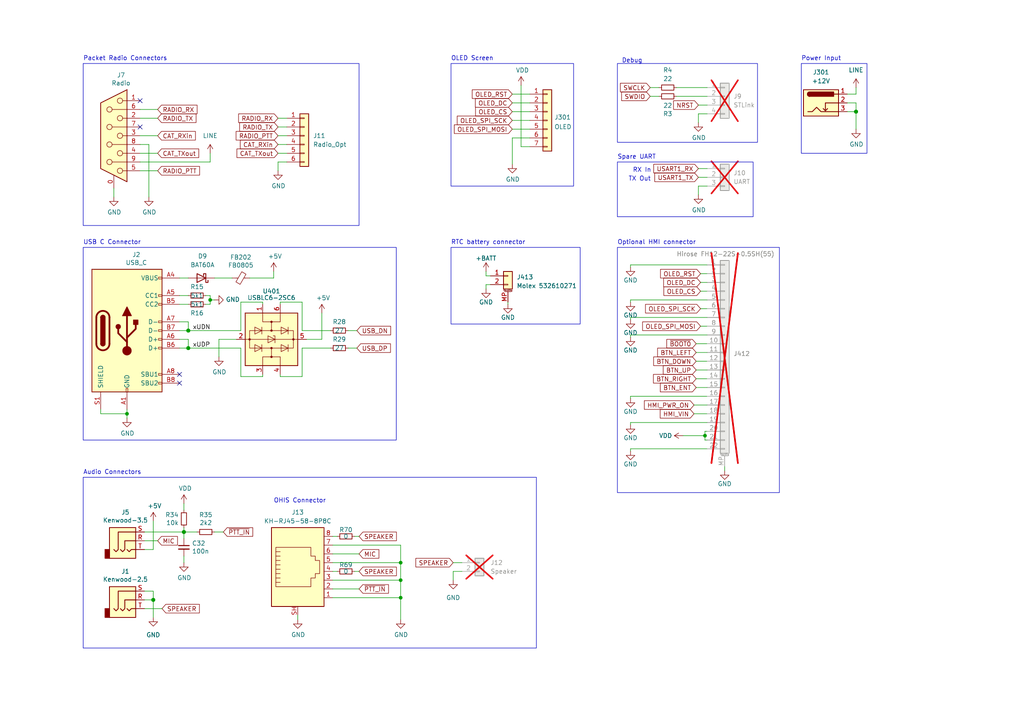
<source format=kicad_sch>
(kicad_sch (version 20230121) (generator eeschema)
  (paper "A4")
  (title_block (title "Module17") (date "2023-12-06") (rev "Rev 0.99") (company "M17Project") (comment 1 "Morgan ON4MOD") (comment 2 "Mathis - DB9MAT") (comment 3 "Wojciech - SP5WWP"))
  (lib_symbols
    (symbol "Connector:8P8C_Shielded" (pin_names (offset 1.016))
      (property "Reference" "J" (at -5.08 13.97 0))
      (property "Value" "8P8C_Shielded" (at 2.54 13.97 0))
      (symbol "8P8C_Shielded_1_1"
        (pin passive line (at 10.16 -7.62 180) (length 2.54) (name "~") (number "1"))
        (pin passive line (at 10.16 -5.08 180) (length 2.54) (name "~") (number "2"))
        (pin passive line (at 10.16 -2.54 180) (length 2.54) (name "~") (number "3"))
        (pin passive line (at 10.16 0 180) (length 2.54) (name "~") (number "4"))
        (pin passive line (at 10.16 2.54 180) (length 2.54) (name "~") (number "5"))
        (pin passive line (at 10.16 5.08 180) (length 2.54) (name "~") (number "6"))
        (pin passive line (at 10.16 7.62 180) (length 2.54) (name "~") (number "7"))
        (pin passive line (at 10.16 10.16 180) (length 2.54) (name "~") (number "8"))
        (pin passive line (at 0 -12.7 90) (length 2.54) (name "~") (number "SH"))
      )
    )
    (symbol "Connector:AudioJack3"
      (property "Reference" "J" (at 0 8.89 0))
      (property "Value" "AudioJack3" (at 0 6.35 0))
      (symbol "AudioJack3_1_1"
        (pin passive line (at 5.08 0 180) (length 2.54) (name "~") (number "R"))
        (pin passive line (at 5.08 2.54 180) (length 2.54) (name "~") (number "S"))
        (pin passive line (at 5.08 -2.54 180) (length 2.54) (name "~") (number "T"))
      )
    )
    (symbol "Connector:Barrel_Jack_Switch_Pin3Ring" (pin_names hide)
      (property "Reference" "J" (at 0 5.334 0))
      (property "Value" "Barrel_Jack_Switch_Pin3Ring" (at 0 -5.08 0))
      (symbol "Barrel_Jack_Switch_Pin3Ring_1_1"
        (pin passive line (at 7.62 2.54 180) (length 2.54) (name "~") (number "1"))
        (pin passive line (at 7.62 0 180) (length 2.54) (name "~") (number "2"))
        (pin passive line (at 7.62 -2.54 180) (length 2.54) (name "~") (number "3"))
      )
    )
    (symbol "Connector:DB9_Female_MountingHoles" (pin_names (offset 1.016) hide)
      (property "Reference" "J" (at 0 16.51 0))
      (property "Value" "DB9_Female_MountingHoles" (at 0 14.605 0))
      (symbol "DB9_Female_MountingHoles_1_1"
        (pin passive line (at 0 -15.24 90) (length 3.81) (name "PAD") (number "0"))
        (pin passive line (at -7.62 10.16 0) (length 3.81) (name "1") (number "1"))
        (pin passive line (at -7.62 5.08 0) (length 3.81) (name "2") (number "2"))
        (pin passive line (at -7.62 0 0) (length 3.81) (name "3") (number "3"))
        (pin passive line (at -7.62 -5.08 0) (length 3.81) (name "4") (number "4"))
        (pin passive line (at -7.62 -10.16 0) (length 3.81) (name "5") (number "5"))
        (pin passive line (at -7.62 7.62 0) (length 3.81) (name "6") (number "6"))
        (pin passive line (at -7.62 2.54 0) (length 3.81) (name "7") (number "7"))
        (pin passive line (at -7.62 -2.54 0) (length 3.81) (name "8") (number "8"))
        (pin passive line (at -7.62 -7.62 0) (length 3.81) (name "9") (number "9"))
      )
    )
    (symbol "Connector:USB_C_Receptacle_USB2.0" (pin_names (offset 1.016))
      (property "Reference" "J" (at -10.16 19.05 0))
      (property "Value" "USB_C_Receptacle_USB2.0" (at 19.05 19.05 0))
      (symbol "USB_C_Receptacle_USB2.0_1_1"
        (pin passive line (at 0 -22.86 90) (length 5.08) (name "GND") (number "A1"))
        (pin passive line (at 0 -22.86 90) (length 5.08) hide (name "GND") (number "A12"))
        (pin passive line (at 15.24 15.24 180) (length 5.08) (name "VBUS") (number "A4"))
        (pin bidirectional line (at 15.24 10.16 180) (length 5.08) (name "CC1") (number "A5"))
        (pin bidirectional line (at 15.24 -2.54 180) (length 5.08) (name "D+") (number "A6"))
        (pin bidirectional line (at 15.24 2.54 180) (length 5.08) (name "D-") (number "A7"))
        (pin bidirectional line (at 15.24 -12.7 180) (length 5.08) (name "SBU1") (number "A8"))
        (pin passive line (at 15.24 15.24 180) (length 5.08) hide (name "VBUS") (number "A9"))
        (pin passive line (at 0 -22.86 90) (length 5.08) hide (name "GND") (number "B1"))
        (pin passive line (at 0 -22.86 90) (length 5.08) hide (name "GND") (number "B12"))
        (pin passive line (at 15.24 15.24 180) (length 5.08) hide (name "VBUS") (number "B4"))
        (pin bidirectional line (at 15.24 7.62 180) (length 5.08) (name "CC2") (number "B5"))
        (pin bidirectional line (at 15.24 -5.08 180) (length 5.08) (name "D+") (number "B6"))
        (pin bidirectional line (at 15.24 0 180) (length 5.08) (name "D-") (number "B7"))
        (pin bidirectional line (at 15.24 -15.24 180) (length 5.08) (name "SBU2") (number "B8"))
        (pin passive line (at 15.24 15.24 180) (length 5.08) hide (name "VBUS") (number "B9"))
        (pin passive line (at -7.62 -22.86 90) (length 5.08) (name "SHIELD") (number "S1"))
      )
    )
    (symbol "Connector_Generic:Conn_01x02" (pin_names (offset 1.016) hide)
      (property "Reference" "J" (at 0 2.54 0))
      (property "Value" "Conn_01x02" (at 0 -5.08 0))
      (symbol "Conn_01x02_1_1"
        (pin passive line (at -5.08 0 0) (length 3.81) (name "Pin_1") (number "1"))
        (pin passive line (at -5.08 -2.54 0) (length 3.81) (name "Pin_2") (number "2"))
      )
    )
    (symbol "Connector_Generic:Conn_01x03" (pin_names (offset 1.016) hide)
      (property "Reference" "J" (at 0 5.08 0))
      (property "Value" "Conn_01x03" (at 0 -5.08 0))
      (symbol "Conn_01x03_1_1"
        (pin passive line (at -5.08 2.54 0) (length 3.81) (name "Pin_1") (number "1"))
        (pin passive line (at -5.08 0 0) (length 3.81) (name "Pin_2") (number "2"))
        (pin passive line (at -5.08 -2.54 0) (length 3.81) (name "Pin_3") (number "3"))
      )
    )
    (symbol "Connector_Generic:Conn_01x04" (pin_names (offset 1.016) hide)
      (property "Reference" "J" (at 0 5.08 0))
      (property "Value" "Conn_01x04" (at 0 -7.62 0))
      (symbol "Conn_01x04_1_1"
        (pin passive line (at -5.08 2.54 0) (length 3.81) (name "Pin_1") (number "1"))
        (pin passive line (at -5.08 0 0) (length 3.81) (name "Pin_2") (number "2"))
        (pin passive line (at -5.08 -2.54 0) (length 3.81) (name "Pin_3") (number "3"))
        (pin passive line (at -5.08 -5.08 0) (length 3.81) (name "Pin_4") (number "4"))
      )
    )
    (symbol "Connector_Generic:Conn_01x06" (pin_names (offset 1.016) hide)
      (property "Reference" "J" (at 0 7.62 0))
      (property "Value" "Conn_01x06" (at 0 -10.16 0))
      (symbol "Conn_01x06_1_1"
        (pin passive line (at -5.08 5.08 0) (length 3.81) (name "Pin_1") (number "1"))
        (pin passive line (at -5.08 2.54 0) (length 3.81) (name "Pin_2") (number "2"))
        (pin passive line (at -5.08 0 0) (length 3.81) (name "Pin_3") (number "3"))
        (pin passive line (at -5.08 -2.54 0) (length 3.81) (name "Pin_4") (number "4"))
        (pin passive line (at -5.08 -5.08 0) (length 3.81) (name "Pin_5") (number "5"))
        (pin passive line (at -5.08 -7.62 0) (length 3.81) (name "Pin_6") (number "6"))
      )
    )
    (symbol "Connector_Generic:Conn_01x07" (pin_names (offset 1.016) hide)
      (property "Reference" "J" (at 0 10.16 0))
      (property "Value" "Conn_01x07" (at 0 -10.16 0))
      (symbol "Conn_01x07_1_1"
        (pin passive line (at -5.08 7.62 0) (length 3.81) (name "Pin_1") (number "1"))
        (pin passive line (at -5.08 5.08 0) (length 3.81) (name "Pin_2") (number "2"))
        (pin passive line (at -5.08 2.54 0) (length 3.81) (name "Pin_3") (number "3"))
        (pin passive line (at -5.08 0 0) (length 3.81) (name "Pin_4") (number "4"))
        (pin passive line (at -5.08 -2.54 0) (length 3.81) (name "Pin_5") (number "5"))
        (pin passive line (at -5.08 -5.08 0) (length 3.81) (name "Pin_6") (number "6"))
        (pin passive line (at -5.08 -7.62 0) (length 3.81) (name "Pin_7") (number "7"))
      )
    )
    (symbol "Connector_Generic_MountingPin:Conn_01x02_MountingPin" (pin_names (offset 1.016) hide)
      (property "Reference" "J" (at 0 2.54 0))
      (property "Value" "Conn_01x02_MountingPin" (at 1.27 -5.08 0))
      (symbol "Conn_01x02_MountingPin_1_1"
        (text "Mounting" (at 0 -4.191 0) (effects (font (size 0.381 0.381))))
        (pin passive line (at -5.08 0 0) (length 3.81) (name "Pin_1") (number "1"))
        (pin passive line (at -5.08 -2.54 0) (length 3.81) (name "Pin_2") (number "2"))
        (pin passive line (at 0 -7.62 90) (length 3.048) (name "MountPin") (number "MP"))
      )
    )
    (symbol "Connector_Generic_MountingPin:Conn_01x22_MountingPin" (pin_names (offset 1.016) hide)
      (property "Reference" "J" (at 0 27.94 0))
      (property "Value" "Conn_01x22_MountingPin" (at 1.27 -30.48 0))
      (symbol "Conn_01x22_MountingPin_1_1"
        (text "Mounting" (at 0 -29.591 0) (effects (font (size 0.381 0.381))))
        (pin passive line (at -5.08 25.4 0) (length 3.81) (name "Pin_1") (number "1"))
        (pin passive line (at -5.08 2.54 0) (length 3.81) (name "Pin_10") (number "10"))
        (pin passive line (at -5.08 0 0) (length 3.81) (name "Pin_11") (number "11"))
        (pin passive line (at -5.08 -2.54 0) (length 3.81) (name "Pin_12") (number "12"))
        (pin passive line (at -5.08 -5.08 0) (length 3.81) (name "Pin_13") (number "13"))
        (pin passive line (at -5.08 -7.62 0) (length 3.81) (name "Pin_14") (number "14"))
        (pin passive line (at -5.08 -10.16 0) (length 3.81) (name "Pin_15") (number "15"))
        (pin passive line (at -5.08 -12.7 0) (length 3.81) (name "Pin_16") (number "16"))
        (pin passive line (at -5.08 -15.24 0) (length 3.81) (name "Pin_17") (number "17"))
        (pin passive line (at -5.08 -17.78 0) (length 3.81) (name "Pin_18") (number "18"))
        (pin passive line (at -5.08 -20.32 0) (length 3.81) (name "Pin_19") (number "19"))
        (pin passive line (at -5.08 22.86 0) (length 3.81) (name "Pin_2") (number "2"))
        (pin passive line (at -5.08 -22.86 0) (length 3.81) (name "Pin_20") (number "20"))
        (pin passive line (at -5.08 -25.4 0) (length 3.81) (name "Pin_21") (number "21"))
        (pin passive line (at -5.08 -27.94 0) (length 3.81) (name "Pin_22") (number "22"))
        (pin passive line (at -5.08 20.32 0) (length 3.81) (name "Pin_3") (number "3"))
        (pin passive line (at -5.08 17.78 0) (length 3.81) (name "Pin_4") (number "4"))
        (pin passive line (at -5.08 15.24 0) (length 3.81) (name "Pin_5") (number "5"))
        (pin passive line (at -5.08 12.7 0) (length 3.81) (name "Pin_6") (number "6"))
        (pin passive line (at -5.08 10.16 0) (length 3.81) (name "Pin_7") (number "7"))
        (pin passive line (at -5.08 7.62 0) (length 3.81) (name "Pin_8") (number "8"))
        (pin passive line (at -5.08 5.08 0) (length 3.81) (name "Pin_9") (number "9"))
        (pin passive line (at 0 -33.02 90) (length 3.048) (name "MountPin") (number "MP"))
      )
    )
    (symbol "Device:C_Small" (pin_numbers hide) (pin_names (offset 0.254) hide)
      (property "Reference" "C" (at 0.254 1.778 0))
      (property "Value" "C_Small" (at 0.254 -2.032 0))
      (symbol "C_Small_1_1"
        (pin passive line (at 0 2.54 270) (length 2.032) (name "~") (number "1"))
        (pin passive line (at 0 -2.54 90) (length 2.032) (name "~") (number "2"))
      )
    )
    (symbol "Device:Ferrite_Bead_Small" (pin_numbers hide) (pin_names (offset 0))
      (property "Reference" "FB" (at 1.905 1.27 0))
      (property "Value" "Ferrite_Bead_Small" (at 1.905 -1.27 0))
      (symbol "Ferrite_Bead_Small_1_1"
        (pin passive line (at 0 2.54 270) (length 1.27) (name "~") (number "1"))
        (pin passive line (at 0 -2.54 90) (length 1.27) (name "~") (number "2"))
      )
    )
    (symbol "Device:R_Small" (pin_numbers hide) (pin_names (offset 0.254) hide)
      (property "Reference" "R" (at 0.762 0.508 0))
      (property "Value" "R_Small" (at 0.762 -1.016 0))
      (symbol "R_Small_1_1"
        (pin passive line (at 0 2.54 270) (length 0.762) (name "~") (number "1"))
        (pin passive line (at 0 -2.54 90) (length 0.762) (name "~") (number "2"))
      )
    )
    (symbol "Diode:BAT60A" (pin_numbers hide) (pin_names (offset 1.016) hide)
      (property "Reference" "D" (at 0 2.54 0))
      (property "Value" "BAT60A" (at 0 -2.54 0))
      (symbol "BAT60A_1_1"
        (pin passive line (at -3.81 0 0) (length 2.54) (name "K") (number "1"))
        (pin passive line (at 3.81 0 180) (length 2.54) (name "A") (number "2"))
      )
    )
    (symbol "GND_1" (power) (pin_names (offset 0))
      (property "Value" "GND_1" (at 0 -3.81 0))
      (symbol "GND_1_1_1"
        (pin power_in line (at 0 0 270) (length 0) hide (name "GND") (number "1"))
      )
    )
    (symbol "GND_2" (power) (pin_names (offset 0))
      (property "Value" "GND_2" (at 0 -3.81 0))
      (symbol "GND_2_1_1"
        (pin power_in line (at 0 0 270) (length 0) hide (name "GND") (number "1"))
      )
    )
    (symbol "Power_Protection:USBLC6-2SC6" (pin_names hide)
      (property "Reference" "U" (at 2.54 8.89 0))
      (property "Value" "USBLC6-2SC6" (at 2.54 -8.89 0))
      (symbol "USBLC6-2SC6_1_1"
        (pin passive line (at -10.16 -2.54 0) (length 2.54) (name "I/O1") (number "1"))
        (pin passive line (at 0 -10.16 90) (length 2.54) (name "GND") (number "2"))
        (pin passive line (at 10.16 -2.54 180) (length 2.54) (name "I/O2") (number "3"))
        (pin passive line (at 10.16 2.54 180) (length 2.54) (name "I/O2") (number "4"))
        (pin passive line (at 0 10.16 270) (length 2.54) (name "VBUS") (number "5"))
        (pin passive line (at -10.16 2.54 0) (length 2.54) (name "I/O1") (number "6"))
      )
    )
    (symbol "power:+5V" (power) (pin_names (offset 0))
      (property "Value" "+5V" (at 0 3.556 0))
      (symbol "+5V_1_1"
        (pin power_in line (at 0 0 90) (length 0) hide (name "+5V") (number "1"))
      )
    )
    (symbol "power:+BATT" (power) (pin_names (offset 0))
      (property "Value" "+BATT" (at 0 3.556 0))
      (symbol "+BATT_1_1"
        (pin power_in line (at 0 0 90) (length 0) hide (name "+BATT") (number "1"))
      )
    )
    (symbol "power:GND" (power) (pin_names (offset 0))
      (property "Value" "GND" (at 0 -3.81 0))
      (symbol "GND_1_1"
        (pin power_in line (at 0 0 270) (length 0) hide (name "GND") (number "1"))
      )
    )
    (symbol "power:LINE" (power) (pin_names (offset 0))
      (property "Value" "LINE" (at 0 3.81 0))
      (symbol "LINE_1_1"
        (pin power_in line (at 0 0 90) (length 0) hide (name "LINE") (number "1"))
      )
    )
    (symbol "power:VDD" (power) (pin_names (offset 0))
      (property "Value" "VDD" (at 0 3.81 0))
      (symbol "VDD_1_1"
        (pin power_in line (at 0 0 90) (length 0) hide (name "VDD") (number "1"))
      )
    )
  )
  (junction (at 36.83 120.015))
  (junction (at 204.47 126.365))
  (junction (at 116.205 173.355))
  (junction (at 54.61 95.885) (diameter 1.016))
  (junction (at 60.96 86.995))
  (junction (at 116.205 168.275))
  (junction (at 44.45 173.99) (diameter 1.016))
  (junction (at 54.61 100.965) (diameter 1.016))
  (junction (at 116.205 163.195))
  (junction (at 53.34 154.305) (diameter 1.016))
  (junction (at 248.285 32.385) (diameter 1.016))
  (no_connect (at 52.07 108.585))
  (no_connect (at 52.07 111.125))
  (no_connect (at 40.64 36.83))
  (no_connect (at 40.64 29.21))
  (wire (pts (xy 52.07 85.725) (xy 54.61 85.725)))
  (wire (pts (xy 93.345 90.805) (xy 93.345 98.425)))
  (wire (pts (xy 44.45 159.385) (xy 44.45 151.13)))
  (wire (pts (xy 40.64 31.75) (xy 45.72 31.75)))
  (wire (pts (xy 201.93 107.315) (xy 205.105 107.315)))
  (wire (pts (xy 140.97 82.55) (xy 142.24 82.55)))
  (wire (pts (xy 153.67 42.545) (xy 151.13 42.545)))
  (wire (pts (xy 44.45 171.45) (xy 44.45 173.99)))
  (wire (pts (xy 202.565 48.895) (xy 205.105 48.895)))
  (wire (pts (xy 41.91 154.305) (xy 53.34 154.305)))
  (wire (pts (xy 201.295 117.475) (xy 205.105 117.475)))
  (wire (pts (xy 203.2 81.915) (xy 205.105 81.915)))
  (wire (pts (xy 182.88 130.175) (xy 182.88 130.81)))
  (wire (pts (xy 80.645 39.37) (xy 83.185 39.37)))
  (wire (pts (xy 248.285 29.845) (xy 248.285 32.385)))
  (wire (pts (xy 44.45 173.99) (xy 44.45 179.07)))
  (wire (pts (xy 201.93 99.695) (xy 205.105 99.695)))
  (wire (pts (xy 182.88 92.075) (xy 182.88 92.71)))
  (wire (pts (xy 40.64 34.29) (xy 45.72 34.29)))
  (wire (pts (xy 151.13 42.545) (xy 151.13 24.765)))
  (wire (pts (xy 63.5 98.425) (xy 68.58 98.425)))
  (wire (pts (xy 43.18 41.91) (xy 43.18 57.15)))
  (wire (pts (xy 96.52 170.815) (xy 104.14 170.815)))
  (wire (pts (xy 182.88 76.835) (xy 182.88 77.47)))
  (wire (pts (xy 53.34 153.035) (xy 53.34 154.305)))
  (wire (pts (xy 96.52 173.355) (xy 116.205 173.355)))
  (wire (pts (xy 53.34 154.305) (xy 57.15 154.305)))
  (wire (pts (xy 60.96 86.995) (xy 60.96 88.265)))
  (wire (pts (xy 62.23 80.645) (xy 67.31 80.645)))
  (wire (pts (xy 196.215 27.94) (xy 205.105 27.94)))
  (wire (pts (xy 52.07 93.345) (xy 54.61 93.345)))
  (wire (pts (xy 72.39 80.645) (xy 79.375 80.645)))
  (wire (pts (xy 248.285 25.4) (xy 248.285 27.305)))
  (wire (pts (xy 87.63 100.965) (xy 95.885 100.965)))
  (wire (pts (xy 182.88 86.995) (xy 182.88 87.63)))
  (wire (pts (xy 41.91 156.845) (xy 45.72 156.845)))
  (wire (pts (xy 40.64 39.37) (xy 45.72 39.37)))
  (wire (pts (xy 53.34 161.29) (xy 53.34 163.195)))
  (wire (pts (xy 182.88 130.175) (xy 205.105 130.175)))
  (wire (pts (xy 79.375 78.74) (xy 79.375 80.645)))
  (wire (pts (xy 182.88 122.555) (xy 182.88 123.19)))
  (wire (pts (xy 63.5 98.425) (xy 63.5 103.505)))
  (wire (pts (xy 80.645 46.99) (xy 80.645 49.53)))
  (wire (pts (xy 205.105 33.02) (xy 202.565 33.02)))
  (wire (pts (xy 87.63 100.965) (xy 87.63 109.22)))
  (wire (pts (xy 52.07 98.425) (xy 54.61 98.425)))
  (wire (pts (xy 104.14 165.735) (xy 102.87 165.735)))
  (wire (pts (xy 69.85 100.965) (xy 69.85 109.22)))
  (wire (pts (xy 76.2 109.22) (xy 76.2 108.585)))
  (wire (pts (xy 182.88 86.995) (xy 205.105 86.995)))
  (wire (pts (xy 41.91 171.45) (xy 44.45 171.45)))
  (wire (pts (xy 60.96 85.725) (xy 60.96 86.995)))
  (wire (pts (xy 54.61 93.345) (xy 54.61 95.885)))
  (wire (pts (xy 80.645 44.45) (xy 83.185 44.45)))
  (wire (pts (xy 148.59 29.845) (xy 153.67 29.845)))
  (wire (pts (xy 131.445 168.275) (xy 131.445 165.735)))
  (wire (pts (xy 81.28 87.63) (xy 87.63 87.63)))
  (wire (pts (xy 46.99 176.53) (xy 41.91 176.53)))
  (wire (pts (xy 60.96 44.45) (xy 60.96 46.99)))
  (wire (pts (xy 80.645 41.91) (xy 83.185 41.91)))
  (wire (pts (xy 53.34 154.305) (xy 53.34 156.21)))
  (wire (pts (xy 191.135 27.94) (xy 188.595 27.94)))
  (wire (pts (xy 87.63 87.63) (xy 87.63 95.885)))
  (wire (pts (xy 54.61 95.885) (xy 69.85 95.885)))
  (wire (pts (xy 96.52 163.195) (xy 116.205 163.195)))
  (wire (pts (xy 60.96 86.995) (xy 62.23 86.995)))
  (wire (pts (xy 76.2 87.63) (xy 76.2 88.265)))
  (wire (pts (xy 201.295 120.015) (xy 205.105 120.015)))
  (wire (pts (xy 204.47 126.365) (xy 204.47 127.635)))
  (wire (pts (xy 148.59 34.925) (xy 153.67 34.925)))
  (wire (pts (xy 52.07 100.965) (xy 54.61 100.965)))
  (wire (pts (xy 153.67 40.005) (xy 148.59 40.005)))
  (wire (pts (xy 41.91 159.385) (xy 44.45 159.385)))
  (wire (pts (xy 33.02 54.61) (xy 33.02 57.15)))
  (wire (pts (xy 54.61 100.965) (xy 69.85 100.965)))
  (wire (pts (xy 69.85 87.63) (xy 76.2 87.63)))
  (wire (pts (xy 201.93 109.855) (xy 205.105 109.855)))
  (wire (pts (xy 182.88 97.155) (xy 182.88 97.79)))
  (wire (pts (xy 69.85 109.22) (xy 76.2 109.22)))
  (wire (pts (xy 202.565 33.02) (xy 202.565 35.56)))
  (wire (pts (xy 203.2 89.535) (xy 205.105 89.535)))
  (wire (pts (xy 52.07 80.645) (xy 54.61 80.645)))
  (wire (pts (xy 60.96 88.265) (xy 59.69 88.265)))
  (wire (pts (xy 81.28 109.22) (xy 81.28 108.585)))
  (wire (pts (xy 245.745 27.305) (xy 248.285 27.305)))
  (wire (pts (xy 148.59 27.305) (xy 153.67 27.305)))
  (wire (pts (xy 116.205 163.195) (xy 116.205 168.275)))
  (wire (pts (xy 36.83 120.015) (xy 36.83 121.285)))
  (wire (pts (xy 52.07 95.885) (xy 54.61 95.885)))
  (wire (pts (xy 100.965 95.885) (xy 103.505 95.885)))
  (wire (pts (xy 40.64 46.99) (xy 60.96 46.99)))
  (wire (pts (xy 147.32 87.63) (xy 147.32 88.265)))
  (wire (pts (xy 59.69 85.725) (xy 60.96 85.725)))
  (wire (pts (xy 62.23 154.305) (xy 64.77 154.305)))
  (wire (pts (xy 210.185 135.255) (xy 210.185 136.525)))
  (wire (pts (xy 104.14 155.575) (xy 102.87 155.575)))
  (wire (pts (xy 96.52 168.275) (xy 116.205 168.275)))
  (wire (pts (xy 201.93 104.775) (xy 205.105 104.775)))
  (wire (pts (xy 205.105 53.975) (xy 202.565 53.975)))
  (wire (pts (xy 116.205 173.355) (xy 116.205 179.705)))
  (wire (pts (xy 36.83 120.015) (xy 36.83 118.745)))
  (wire (pts (xy 131.445 165.735) (xy 133.985 165.735)))
  (wire (pts (xy 203.2 79.375) (xy 205.105 79.375)))
  (wire (pts (xy 182.88 114.935) (xy 205.105 114.935)))
  (wire (pts (xy 245.745 29.845) (xy 248.285 29.845)))
  (wire (pts (xy 148.59 40.005) (xy 148.59 47.625)))
  (wire (pts (xy 83.185 46.99) (xy 80.645 46.99)))
  (wire (pts (xy 87.63 95.885) (xy 95.885 95.885)))
  (wire (pts (xy 140.97 82.55) (xy 140.97 83.82)))
  (wire (pts (xy 202.565 51.435) (xy 205.105 51.435)))
  (wire (pts (xy 204.47 127.635) (xy 205.105 127.635)))
  (wire (pts (xy 203.2 84.455) (xy 205.105 84.455)))
  (wire (pts (xy 131.445 163.195) (xy 133.985 163.195)))
  (wire (pts (xy 80.645 34.29) (xy 83.185 34.29)))
  (wire (pts (xy 54.61 98.425) (xy 54.61 100.965)))
  (wire (pts (xy 198.12 126.365) (xy 204.47 126.365)))
  (wire (pts (xy 140.97 80.01) (xy 142.24 80.01)))
  (wire (pts (xy 97.79 165.735) (xy 96.52 165.735)))
  (wire (pts (xy 80.645 36.83) (xy 83.185 36.83)))
  (wire (pts (xy 203.2 94.615) (xy 205.105 94.615)))
  (wire (pts (xy 182.88 76.835) (xy 205.105 76.835)))
  (wire (pts (xy 40.64 49.53) (xy 45.72 49.53)))
  (wire (pts (xy 29.21 120.015) (xy 36.83 120.015)))
  (wire (pts (xy 205.105 30.48) (xy 202.565 30.48)))
  (wire (pts (xy 182.88 114.935) (xy 182.88 115.57)))
  (wire (pts (xy 191.135 25.4) (xy 188.595 25.4)))
  (wire (pts (xy 40.64 44.45) (xy 45.72 44.45)))
  (wire (pts (xy 182.88 97.155) (xy 205.105 97.155)))
  (wire (pts (xy 182.88 92.075) (xy 205.105 92.075)))
  (wire (pts (xy 29.21 118.745) (xy 29.21 120.015)))
  (wire (pts (xy 53.34 146.05) (xy 53.34 147.955)))
  (wire (pts (xy 204.47 125.095) (xy 204.47 126.365)))
  (wire (pts (xy 245.745 32.385) (xy 248.285 32.385)))
  (wire (pts (xy 248.285 32.385) (xy 248.285 37.465)))
  (wire (pts (xy 182.88 122.555) (xy 205.105 122.555)))
  (wire (pts (xy 202.565 53.975) (xy 202.565 56.515)))
  (wire (pts (xy 116.205 158.115) (xy 116.205 163.195)))
  (wire (pts (xy 204.47 125.095) (xy 205.105 125.095)))
  (wire (pts (xy 86.36 179.705) (xy 86.36 178.435)))
  (wire (pts (xy 100.965 100.965) (xy 103.505 100.965)))
  (wire (pts (xy 88.9 98.425) (xy 93.345 98.425)))
  (wire (pts (xy 201.93 112.395) (xy 205.105 112.395)))
  (wire (pts (xy 52.07 88.265) (xy 54.61 88.265)))
  (wire (pts (xy 97.79 155.575) (xy 96.52 155.575)))
  (wire (pts (xy 96.52 158.115) (xy 116.205 158.115)))
  (wire (pts (xy 148.59 37.465) (xy 153.67 37.465)))
  (wire (pts (xy 41.91 173.99) (xy 44.45 173.99)))
  (wire (pts (xy 196.215 25.4) (xy 205.105 25.4)))
  (wire (pts (xy 81.28 87.63) (xy 81.28 88.265)))
  (wire (pts (xy 116.205 168.275) (xy 116.205 173.355)))
  (wire (pts (xy 40.64 41.91) (xy 43.18 41.91)))
  (wire (pts (xy 201.93 102.235) (xy 205.105 102.235)))
  (wire (pts (xy 96.52 160.655) (xy 104.14 160.655)))
  (wire (pts (xy 69.85 87.63) (xy 69.85 95.885)))
  (wire (pts (xy 140.97 78.74) (xy 140.97 80.01)))
  (wire (pts (xy 148.59 32.385) (xy 153.67 32.385)))
  (wire (pts (xy 81.28 109.22) (xy 87.63 109.22)))
  (rectangle (start 130.81 71.755) (end 168.275 93.98))
  (rectangle (start 24.13 138.43) (end 155.575 187.96))
  (rectangle (start 232.41 18.415) (end 251.46 44.45))
  (rectangle (start 179.07 18.415) (end 219.71 41.275))
  (rectangle (start 130.81 18.415) (end 166.37 53.975))
  (rectangle (start 179.07 71.755) (end 226.06 142.875))
  (rectangle (start 24.13 71.755) (end 114.935 127.635))
  (rectangle (start 24.13 18.415) (end 104.14 65.405))
  (rectangle (start 179.07 46.99) (end 218.44 62.865))
  (text "Packet Radio Connectors" (at 24.13 17.78 0) (effects (font (size 1.27 1.27)) (justify left bottom)))
  (text "Debug" (at 180.34 18.415 0) (effects (font (size 1.27 1.27)) (justify left bottom)))
  (text "Audio Connectors" (at 24.13 137.795 0) (effects (font (size 1.27 1.27)) (justify left bottom)))
  (text "TX Out" (at 182.245 52.705 0) (effects (font (size 1.27 1.27)) (justify left bottom)))
  (text "RX In" (at 183.515 50.165 0) (effects (font (size 1.27 1.27)) (justify left bottom)))
  (text "USB C Connector" (at 24.13 71.12 0) (effects (font (size 1.27 1.27)) (justify left bottom)))
  (text "Optional HMI connector" (at 179.07 71.12 0) (effects (font (size 1.27 1.27)) (justify left bottom)))
  (text "OHIS Connector" (at 79.375 146.05 0) (effects (font (size 1.27 1.27)) (justify left bottom)))
  (text "Power Input" (at 232.41 17.78 0) (effects (font (size 1.27 1.27)) (justify left bottom)))
  (text "Spare UART" (at 179.07 46.355 0) (effects (font (size 1.27 1.27)) (justify left bottom)))
  (text "RTC battery connector" (at 130.81 71.12 0) (effects (font (size 1.27 1.27)) (justify left bottom)))
  (text "OLED Screen" (at 130.81 17.78 0) (effects (font (size 1.27 1.27)) (justify left bottom)))
  (label "xUDP" (at 55.88 100.965 0))
  (label "xUDN" (at 55.88 95.885 0))
  (global_label "BTN_ENT" (shape input) (at 201.93 112.395 180) (property "Intersheetrefs" "${INTERSHEET_REFS}" (effects hide)))
  (global_label "USART1_TX" (shape input) (at 202.565 51.435 180) (property "Intersheetrefs" "${INTERSHEET_REFS}" (effects hide)))
  (global_label "CAT_TXout" (shape input) (at 45.72 44.45 0) (property "Intersheetrefs" "${INTERSHEET_REFS}" (effects hide)))
  (global_label "OLED_DC" (shape input) (at 148.59 29.845 180) (property "Intersheetrefs" "${INTERSHEET_REFS}" (effects hide)))
  (global_label "OLED_SPI_MOSI" (shape input) (at 148.59 37.465 180) (property "Intersheetrefs" "${INTERSHEET_REFS}" (effects hide)))
  (global_label "OLED_CS" (shape input) (at 148.59 32.385 180) (property "Intersheetrefs" "${INTERSHEET_REFS}" (effects hide)))
  (global_label "HMI_VIN" (shape input) (at 201.295 120.015 180) (property "Intersheetrefs" "${INTERSHEET_REFS}" (effects hide)))
  (global_label "OLED_SPI_SCK" (shape input) (at 203.2 89.535 180) (property "Intersheetrefs" "${INTERSHEET_REFS}" (effects hide)))
  (global_label "HMI_PWR_ON" (shape input) (at 201.295 117.475 180) (property "Intersheetrefs" "${INTERSHEET_REFS}" (effects hide)))
  (global_label "~{PTT_IN}" (shape input) (at 104.14 170.815 0) (property "Intersheetrefs" "${INTERSHEET_REFS}" (effects hide)))
  (global_label "RADIO_RX" (shape input) (at 45.72 31.75 0) (property "Intersheetrefs" "${INTERSHEET_REFS}" (effects hide)))
  (global_label "CAT_RXin" (shape input) (at 45.72 39.37 0) (property "Intersheetrefs" "${INTERSHEET_REFS}" (effects hide)))
  (global_label "BTN_LEFT" (shape input) (at 201.93 102.235 180) (property "Intersheetrefs" "${INTERSHEET_REFS}" (effects hide)))
  (global_label "RADIO_TX" (shape input) (at 45.72 34.29 0) (property "Intersheetrefs" "${INTERSHEET_REFS}" (effects hide)))
  (global_label "MIC" (shape input) (at 104.14 160.655 0) (property "Intersheetrefs" "${INTERSHEET_REFS}" (effects hide)))
  (global_label "BTN_DOWN" (shape input) (at 201.93 104.775 180) (property "Intersheetrefs" "${INTERSHEET_REFS}" (effects hide)))
  (global_label "USB_DP" (shape input) (at 103.505 100.965 0) (property "Intersheetrefs" "${INTERSHEET_REFS}" (effects hide)))
  (global_label "RADIO_PTT" (shape input) (at 80.645 39.37 180) (property "Intersheetrefs" "${INTERSHEET_REFS}" (effects hide)))
  (global_label "OLED_SPI_SCK" (shape input) (at 148.59 34.925 180) (property "Intersheetrefs" "${INTERSHEET_REFS}" (effects hide)))
  (global_label "RADIO_RX" (shape input) (at 80.645 34.29 180) (property "Intersheetrefs" "${INTERSHEET_REFS}" (effects hide)))
  (global_label "OLED_DC" (shape input) (at 203.2 81.915 180) (property "Intersheetrefs" "${INTERSHEET_REFS}" (effects hide)))
  (global_label "OLED_SPI_MOSI" (shape input) (at 203.2 94.615 180) (property "Intersheetrefs" "${INTERSHEET_REFS}" (effects hide)))
  (global_label "~{PTT_IN}" (shape input) (at 64.77 154.305 0) (property "Intersheetrefs" "${INTERSHEET_REFS}" (effects hide)))
  (global_label "SWCLK" (shape input) (at 188.595 25.4 180) (property "Intersheetrefs" "${INTERSHEET_REFS}" (effects hide)))
  (global_label "SPEAKER" (shape input) (at 104.14 155.575 0) (property "Intersheetrefs" "${INTERSHEET_REFS}" (effects hide)))
  (global_label "SWDIO" (shape input) (at 188.595 27.94 180) (property "Intersheetrefs" "${INTERSHEET_REFS}" (effects hide)))
  (global_label "USART1_RX" (shape input) (at 202.565 48.895 180) (property "Intersheetrefs" "${INTERSHEET_REFS}" (effects hide)))
  (global_label "BTN_UP" (shape input) (at 201.93 107.315 180) (property "Intersheetrefs" "${INTERSHEET_REFS}" (effects hide)))
  (global_label "NRST" (shape input) (at 202.565 30.48 180) (property "Intersheetrefs" "${INTERSHEET_REFS}" (effects hide)))
  (global_label "OLED_RST" (shape input) (at 203.2 79.375 180) (property "Intersheetrefs" "${INTERSHEET_REFS}" (effects hide)))
  (global_label "SPEAKER" (shape input) (at 104.14 165.735 0) (property "Intersheetrefs" "${INTERSHEET_REFS}" (effects hide)))
  (global_label "MIC" (shape input) (at 45.72 156.845 0) (property "Intersheetrefs" "${INTERSHEET_REFS}" (effects hide)))
  (global_label "BTN_RIGHT" (shape input) (at 201.93 109.855 180) (property "Intersheetrefs" "${INTERSHEET_REFS}" (effects hide)))
  (global_label "OLED_RST" (shape input) (at 148.59 27.305 180) (property "Intersheetrefs" "${INTERSHEET_REFS}" (effects hide)))
  (global_label "CAT_TXout" (shape input) (at 80.645 44.45 180) (property "Intersheetrefs" "${INTERSHEET_REFS}" (effects hide)))
  (global_label "SPEAKER" (shape input) (at 46.99 176.53 0) (property "Intersheetrefs" "${INTERSHEET_REFS}" (effects hide)))
  (global_label "CAT_RXin" (shape input) (at 80.645 41.91 180) (property "Intersheetrefs" "${INTERSHEET_REFS}" (effects hide)))
  (global_label "SPEAKER" (shape input) (at 131.445 163.195 180) (property "Intersheetrefs" "${INTERSHEET_REFS}" (effects hide)))
  (global_label "USB_DN" (shape input) (at 103.505 95.885 0) (property "Intersheetrefs" "${INTERSHEET_REFS}" (effects hide)))
  (global_label "RADIO_TX" (shape input) (at 80.645 36.83 180) (property "Intersheetrefs" "${INTERSHEET_REFS}" (effects hide)))
  (global_label "~{BOOT0}" (shape input) (at 201.93 99.695 180) (property "Intersheetrefs" "${INTERSHEET_REFS}" (effects hide)))
  (global_label "OLED_CS" (shape input) (at 203.2 84.455 180) (property "Intersheetrefs" "${INTERSHEET_REFS}" (effects hide)))
  (global_label "RADIO_PTT" (shape input) (at 45.72 49.53 0) (property "Intersheetrefs" "${INTERSHEET_REFS}" (effects hide)))
  (symbol (lib_id "Connector:8P8C_Shielded") (at 86.36 165.735 0) (unit 1)
    (property "Reference" "J13" (at 86.36 148.59 0))
    (property "Value" "KH-RJ45-58-8P8C" (at 86.36 151.13 0))
    (property "Footprint" "M17_connectors:KH-RJ45-58-8P8C" (effects hide))
    (property "LCSC Part #" "C2683360" (effects hide))
    (property "MPN" "KH-RJ45-58-8P8C" (effects hide))
    (instances (project "M17-SmartMic" (path "" (reference "J13") (unit 1)) (path "" (reference "J407") (unit 1))))
  )
  (symbol (lib_name "GND_1") (lib_id "power:GND") (at 210.185 136.525 0) (unit 1)
    (property "Reference" "#PWR0431" (effects hide))
    (property "Value" "GND" (at 210.185 140.335 0))
  )
  (symbol (lib_name "GND_1") (lib_id "power:GND") (at 182.88 77.47 0) (unit 1)
    (property "Reference" "#PWR0424" (effects hide))
    (property "Value" "GND" (at 182.88 81.28 0))
  )
  (symbol (lib_id "power:GND") (at 86.36 179.705 0) (unit 1)
    (property "Reference" "#PWR0201" (effects hide))
    (property "Value" "GND" (at 86.487 184.0992 0))
    (instances (project "M17-SmartMic" (path "" (reference "#PWR0201") (unit 1)) (path "" (reference "#PWR0416") (unit 1))))
  )
  (symbol (lib_id "Device:R_Small") (at 57.15 88.265 270) (unit 1)
    (property "Reference" "R16" (at 57.15 90.805 90))
    (property "Value" "5k1" (at 57.15 88.265 90))
    (property "Footprint" "Resistor_SMD:R_0603_1608Metric" (effects hide))
    (property "MPN" "Generic R/5k1/0603" (effects hide))
    (instances (project "M17-SmartMic" (path "" (reference "R16") (unit 1)) (path "" (reference "R402") (unit 1))))
  )
  (symbol (lib_name "GND_1") (lib_id "power:GND") (at 182.88 92.71 0) (unit 1)
    (property "Reference" "#PWR0426" (effects hide))
    (property "Value" "GND" (at 182.88 96.52 0))
  )
  (symbol (lib_id "power:GND") (at 33.02 57.15 0) (unit 1)
    (property "Reference" "#PWR096" (effects hide))
    (property "Value" "GND" (at 33.147 61.5442 0))
    (instances (project "M17-SmartMic" (path "" (reference "#PWR096") (unit 1)) (path "" (reference "#PWR0401") (unit 1))))
  )
  (symbol (lib_id "power:GND") (at 116.205 179.705 0) (unit 1)
    (property "Reference" "#PWR0202" (effects hide))
    (property "Value" "GND" (at 116.332 184.0992 0))
    (instances (project "M17-SmartMic" (path "" (reference "#PWR0202") (unit 1)) (path "" (reference "#PWR0419") (unit 1))))
  )
  (symbol (lib_id "power:VDD") (at 151.13 24.765 0) (unit 1)
    (property "Reference" "#PWR0312" (effects hide))
    (property "Value" "VDD" (at 151.511 20.3708 0))
    (instances (project "M17-SmartMic" (path "" (reference "#PWR0312") (unit 1)) (path "" (reference "#PWR0413") (unit 1))))
  )
  (symbol (lib_name "GND_1") (lib_id "power:GND") (at 182.88 97.79 0) (unit 1)
    (property "Reference" "#PWR0427" (effects hide))
    (property "Value" "GND" (at 182.88 101.6 0))
  )
  (symbol (lib_name "GND_1") (lib_id "power:GND") (at 182.88 115.57 0) (unit 1)
    (property "Reference" "#PWR0428" (effects hide))
    (property "Value" "GND" (at 182.88 119.38 0))
  )
  (symbol (lib_id "power:GND") (at 148.59 47.625 0) (unit 1)
    (property "Reference" "#PWR0310" (effects hide))
    (property "Value" "GND" (at 148.717 52.0192 0))
    (instances (project "M17-SmartMic" (path "" (reference "#PWR0310") (unit 1)) (path "" (reference "#PWR0412") (unit 1))))
  )
  (symbol (lib_id "power:GND") (at 63.5 103.505 0) (unit 1)
    (property "Reference" "#PWR053" (effects hide))
    (property "Value" "GND" (at 63.627 107.8992 0))
    (instances (project "M17-SmartMic" (path "" (reference "#PWR053") (unit 1)) (path "" (reference "#PWR0405") (unit 1))))
  )
  (symbol (lib_name "GND_1") (lib_id "power:GND") (at 182.88 87.63 0) (unit 1)
    (property "Reference" "#PWR0425" (effects hide))
    (property "Value" "GND" (at 182.88 91.44 0))
  )
  (symbol (lib_id "power:+BATT") (at 140.97 78.74 0) (unit 1)
    (property "Reference" "#PWR0433" (effects hide))
    (property "Value" "+BATT" (at 140.97 74.93 0))
  )
  (symbol (lib_id "Device:C_Small") (at 53.34 158.75 0) (unit 1)
    (property "Reference" "C32" (at 55.6768 157.5816 0) (effects (justify left)))
    (property "Value" "100n" (at 55.6768 159.893 0) (effects (justify left)))
    (property "Footprint" "Capacitor_SMD:C_0603_1608Metric" (effects hide))
    (property "MPN" "Generic C/100nF/C0G/25V/0603" (effects hide))
    (instances (project "M17-SmartMic" (path "" (reference "C32") (unit 1)) (path "" (reference "C401") (unit 1))))
  )
  (symbol (lib_name "GND_1") (lib_id "power:GND") (at 182.88 123.19 0) (unit 1)
    (property "Reference" "#PWR0429" (effects hide))
    (property "Value" "GND" (at 182.88 127 0))
  )
  (symbol (lib_id "power:LINE") (at 60.96 44.45 0) (unit 1)
    (property "Reference" "#PWR0404" (effects hide))
    (property "Value" "LINE" (at 60.96 39.37 0))
  )
  (symbol (lib_id "Connector_Generic_MountingPin:Conn_01x22_MountingPin") (at 210.185 102.235 0) (unit 1) (dnp yes)
    (property "Reference" "J412" (at 212.725 102.5906 0) (effects (justify left)))
    (property "Value" "Hirose FH12-22S-0.5SH(55)" (at 196.215 73.66 0) (effects (justify left)))
    (property "Footprint" "Connector_FFC-FPC:Hirose_FH12-22S-0.5SH_1x22-1MP_P0.50mm_Horizontal" (effects hide))
    (property "MPN" "FH12-22S-0.5SH(55)" (effects hide))
    (property "LCSC Part #" "C597981" (effects hide))
  )
  (symbol (lib_id "Device:R_Small") (at 53.34 150.495 0) (mirror y) (unit 1)
    (property "Reference" "R34" (at 51.8414 149.3266 0) (effects (justify left)))
    (property "Value" "10k" (at 51.8414 151.638 0) (effects (justify left)))
    (property "Footprint" "Resistor_SMD:R_0603_1608Metric" (effects hide))
    (property "MPN" "Generic R/10k/0603" (effects hide))
    (instances (project "M17-SmartMic" (path "" (reference "R34") (unit 1)) (path "" (reference "R405") (unit 1))))
  )
  (symbol (lib_id "power:+5V") (at 93.345 90.805 0) (unit 1)
    (property "Reference" "#PWR057" (effects hide))
    (property "Value" "+5V" (at 93.726 86.4108 0))
    (instances (project "M17-SmartMic" (path "" (reference "#PWR057") (unit 1)) (path "" (reference "#PWR0409") (unit 1))))
  )
  (symbol (lib_id "power:GND") (at 43.18 57.15 0) (unit 1)
    (property "Reference" "#PWR099" (effects hide))
    (property "Value" "GND" (at 43.307 61.5442 0))
    (instances (project "M17-SmartMic" (path "" (reference "#PWR099") (unit 1)) (path "" (reference "#PWR0403") (unit 1))))
  )
  (symbol (lib_id "Diode:BAT60A") (at 58.42 80.645 180) (unit 1)
    (property "Reference" "D9" (at 58.7375 74.295 0))
    (property "Value" "BAT60A" (at 58.7375 76.835 0))
    (property "Footprint" "Diode_SMD:D_SOD-323" (effects hide))
    (property "Datasheet" "https://www.infineon.com/dgdl/Infineon-BAT60ASERIES-DS-v01_01-en.pdf?fileId=db3a304313d846880113def70c9304a9" (effects hide))
    (property "MPN" "Generic Schottky/10Vr/2A/SOD323-2" (effects hide))
    (property "LCSC Part #" "C520634" (effects hide))
    (instances (project "M17-SmartMic" (path "" (reference "D9") (unit 1)) (path "" (reference "D401") (unit 1))))
  )
  (symbol (lib_id "Device:R_Small") (at 100.33 155.575 270) (unit 1)
    (property "Reference" "R70" (at 100.33 153.67 90))
    (property "Value" "0" (at 100.33 155.575 90))
    (property "Footprint" "Resistor_SMD:R_0603_1608Metric" (effects hide))
    (property "MPN" "Generic R/0R/0603" (effects hide))
    (instances (project "M17-SmartMic" (path "" (reference "R70") (unit 1)) (path "" (reference "R409") (unit 1))))
  )
  (symbol (lib_id "power:GND") (at 62.23 86.995 90) (unit 1)
    (property "Reference" "#PWR054" (effects hide))
    (property "Value" "GND" (at 65.4812 86.868 90) (effects (justify right)))
    (instances (project "M17-SmartMic" (path "" (reference "#PWR054") (unit 1)) (path "" (reference "#PWR0407") (unit 1))))
  )
  (symbol (lib_name "GND_1") (lib_id "power:GND") (at 182.88 130.81 0) (unit 1)
    (property "Reference" "#PWR0430" (effects hide))
    (property "Value" "GND" (at 182.88 134.62 0))
  )
  (symbol (lib_id "power:VDD") (at 53.34 146.05 0) (unit 1)
    (property "Reference" "#PWR072" (effects hide))
    (property "Value" "VDD" (at 53.721 141.6558 0))
    (instances (project "M17-SmartMic" (path "" (reference "#PWR072") (unit 1)) (path "" (reference "#PWR0414") (unit 1))))
  )
  (symbol (lib_id "Connector:Barrel_Jack_Switch_Pin3Ring") (at 238.125 29.845 0) (unit 1)
    (property "Reference" "J301" (at 238.125 20.955 0))
    (property "Value" "+12V" (at 238.125 23.495 0))
    (property "Footprint" "Connector_BarrelJack:BarrelJack_CLIFF_FC681465S_SMT_Horizontal" (effects hide))
    (property "MPN" "DC-005-5A-2.5-SMT" (effects hide))
    (property "LCSC Part #" "C319133" (effects hide))
    (instances (project "M17-SmartMic" (path "" (reference "J301") (unit 1)) (path "" (reference "J411") (unit 1))))
  )
  (symbol (lib_id "power:GND") (at 53.34 163.195 0) (unit 1)
    (property "Reference" "#PWR073" (effects hide))
    (property "Value" "GND" (at 53.467 167.5892 0))
    (instances (project "M17-SmartMic" (path "" (reference "#PWR073") (unit 1)) (path "" (reference "#PWR0415") (unit 1))))
  )
  (symbol (lib_id "power:VDD") (at 198.12 126.365 90) (unit 1)
    (property "Reference" "#PWR072" (effects hide))
    (property "Value" "VDD" (at 193.04 126.365 90))
    (instances (project "M17-SmartMic" (path "" (reference "#PWR072") (unit 1)) (path "" (reference "#PWR0423") (unit 1))))
  )
  (symbol (lib_id "power:+5V") (at 44.45 151.13 0) (unit 1)
    (property "Reference" "#PWR068" (effects hide))
    (property "Value" "+5V" (at 44.831 146.7358 0))
    (instances (project "M17-SmartMic" (path "" (reference "#PWR068") (unit 1)) (path "" (reference "#PWR0410") (unit 1))))
  )
  (symbol (lib_id "Device:Ferrite_Bead_Small") (at 69.85 80.645 270) (unit 1)
    (property "Reference" "FB202" (at 69.85 74.6252 90))
    (property "Value" "FB0805" (at 69.85 76.9366 90))
    (property "Footprint" "Inductor_SMD:L_0805_2012Metric" (effects hide))
    (property "MPN" "2508056017Y2" (effects hide))
    (property "LCSC Part #" "C1017" (effects hide))
    (instances (project "M17-SmartMic" (path "" (reference "FB202") (unit 1)) (path "" (reference "FB401") (unit 1))))
  )
  (symbol (lib_id "power:GND") (at 248.285 37.465 0) (unit 1)
    (property "Reference" "#PWR0303" (effects hide))
    (property "Value" "GND" (at 248.412 41.8592 0))
    (instances (project "M17-SmartMic" (path "" (reference "#PWR0303") (unit 1)) (path "" (reference "#PWR0422") (unit 1))))
  )
  (symbol (lib_id "Connector_Generic_MountingPin:Conn_01x02_MountingPin") (at 147.32 80.01 0) (unit 1)
    (property "Reference" "J413" (at 149.86 80.3656 0) (effects (justify left)))
    (property "Value" "Molex 532610271" (at 149.86 82.9056 0) (effects (justify left)))
    (property "Footprint" "Connector_Molex:Molex_PicoBlade_53261-0271_1x02-1MP_P1.25mm_Horizontal" (effects hide))
    (property "MPN" "532610271" (effects hide))
    (property "LCSC Part #" "C189700" (effects hide))
  )
  (symbol (lib_id "power:GND") (at 202.565 56.515 0) (unit 1)
    (property "Reference" "#PWR0125" (effects hide))
    (property "Value" "GND" (at 202.692 60.9092 0))
    (instances (project "M17-SmartMic" (path "" (reference "#PWR0125") (unit 1)) (path "" (reference "#PWR0418") (unit 1))))
  )
  (symbol (lib_id "Connector:DB9_Female_MountingHoles") (at 33.02 39.37 0) (mirror y) (unit 1)
    (property "Reference" "J7" (at 35.1028 21.7932 0))
    (property "Value" "Radio" (at 35.1028 24.1046 0))
    (property "Footprint" "Connector_Dsub:DSUB-9_Female_Horizontal_P2.77x2.84mm_EdgePinOffset4.94mm_Housed_MountingHolesOffset7.48mm" (effects hide))
    (property "Datasheet" " ~" (effects hide))
    (property "MPN" "DS1037-09FNAKT74-0CC" (effects hide))
    (property "LCSC Part #" "C75749" (effects hide))
    (instances (project "M17-SmartMic" (path "" (reference "J7") (unit 1)) (path "" (reference "J401") (unit 1))))
  )
  (symbol (lib_id "Device:R_Small") (at 59.69 154.305 270) (unit 1)
    (property "Reference" "R35" (at 59.69 149.3266 90))
    (property "Value" "2k2" (at 59.69 151.638 90))
    (property "Footprint" "Resistor_SMD:R_0603_1608Metric" (effects hide))
    (property "MPN" "Generic R/2k2/0603" (effects hide))
    (instances (project "M17-SmartMic" (path "" (reference "R35") (unit 1)) (path "" (reference "R406") (unit 1))))
  )
  (symbol (lib_id "Connector_Generic:Conn_01x03") (at 210.185 51.435 0) (unit 1) (in_bom no) (dnp yes)
    (property "Reference" "J10" (at 212.725 50.165 0) (effects (justify left)))
    (property "Value" "UART" (at 212.725 52.705 0) (effects (justify left)))
    (property "Footprint" "Connector_PinHeader_2.54mm:PinHeader_1x03_P2.54mm_Vertical" (effects hide))
    (instances (project "M17-SmartMic" (path "" (reference "J10") (unit 1)) (path "" (reference "J409") (unit 1))))
  )
  (symbol (lib_id "Connector_Generic:Conn_01x06") (at 88.265 39.37 0) (unit 1)
    (property "Reference" "J11" (at 90.805 39.37 0) (effects (justify left)))
    (property "Value" "Radio_Opt" (at 90.805 41.91 0) (effects (justify left)))
    (property "Footprint" "Connector_PinHeader_2.54mm:PinHeader_1x06_P2.54mm_Vertical" (effects hide))
    (property "MPN" "PZ254V-11-06P" (effects hide))
    (property "LCSC Part #" "C492405" (effects hide))
    (instances (project "M17-SmartMic" (path "" (reference "J11") (unit 1)) (path "" (reference "J403") (unit 1))))
  )
  (symbol (lib_id "Connector:AudioJack3") (at 36.83 173.99 0) (unit 1)
    (property "Reference" "J1" (at 36.3728 165.735 0))
    (property "Value" "Kenwood-2.5" (at 36.3728 168.0464 0))
    (property "Footprint" "M17_connectors:PJ-211A" (effects hide))
    (property "MPN" "PJ-211A" (effects hide))
    (property "LCSC Part #" "C480265" (effects hide))
    (instances (project "M17-SmartMic" (path "" (reference "J1") (unit 1)) (path "" (reference "J405") (unit 1))))
  )
  (symbol (lib_id "power:GND") (at 80.645 49.53 0) (unit 1)
    (property "Reference" "#PWR0154" (effects hide))
    (property "Value" "GND" (at 80.772 53.9242 0))
    (instances (project "M17-SmartMic" (path "" (reference "#PWR0154") (unit 1)) (path "" (reference "#PWR0408") (unit 1))))
  )
  (symbol (lib_id "Device:R_Small") (at 98.425 95.885 90) (unit 1)
    (property "Reference" "R28" (at 98.425 93.345 90))
    (property "Value" "27" (at 98.425 95.885 90))
    (property "Footprint" "Resistor_SMD:R_0603_1608Metric" (effects hide))
    (property "MPN" "Generic R/27R/0603" (effects hide))
    (instances (project "M17-SmartMic" (path "" (reference "R28") (unit 1)) (path "" (reference "R403") (unit 1))))
  )
  (symbol (lib_name "GND_2") (lib_id "power:GND") (at 140.97 83.82 0) (unit 1)
    (property "Reference" "#PWR0432" (effects hide))
    (property "Value" "GND" (at 140.97 87.63 0))
  )
  (symbol (lib_id "Connector_Generic:Conn_01x02") (at 139.065 163.195 0) (unit 1) (in_bom no) (dnp yes)
    (property "Reference" "J12" (at 142.24 163.195 0) (effects (justify left)))
    (property "Value" "Speaker" (at 142.24 165.735 0) (effects (justify left)))
    (property "Footprint" "Connector_PinHeader_2.54mm:PinHeader_1x02_P2.54mm_Vertical" (effects hide))
    (instances (project "M17-SmartMic" (path "" (reference "J12") (unit 1)) (path "" (reference "J410") (unit 1))))
  )
  (symbol (lib_name "GND_2") (lib_id "power:GND") (at 147.32 88.265 0) (unit 1)
    (property "Reference" "#PWR0434" (effects hide))
    (property "Value" "GND" (at 147.32 92.075 0))
  )
  (symbol (lib_id "Power_Protection:USBLC6-2SC6") (at 78.74 98.425 270) (unit 1)
    (property "Reference" "U401" (at 78.74 84.455 90))
    (property "Value" "USBLC6-2SC6" (at 78.74 86.36 90))
    (property "Footprint" "Package_TO_SOT_SMD:SOT-23-6" (effects hide))
    (property "Datasheet" "https://www.st.com/resource/en/datasheet/usblc6-2.pdf" (effects hide))
    (property "MPN" "USBLC6-2-SC6" (effects hide))
    (property "LCSC Part #" "C7519" (effects hide))
  )
  (symbol (lib_id "power:LINE") (at 248.285 25.4 0) (unit 1)
    (property "Reference" "#PWR0421" (effects hide))
    (property "Value" "LINE" (at 248.285 20.32 0))
  )
  (symbol (lib_id "power:GND") (at 36.83 121.285 0) (unit 1)
    (property "Reference" "#PWR047" (effects hide))
    (property "Value" "GND" (at 36.957 125.6792 0))
    (instances (project "M17-SmartMic" (path "" (reference "#PWR047") (unit 1)) (path "" (reference "#PWR0402") (unit 1))))
  )
  (symbol (lib_id "Device:R_Small") (at 98.425 100.965 90) (unit 1)
    (property "Reference" "R29" (at 98.425 98.425 90))
    (property "Value" "27" (at 98.425 100.965 90))
    (property "Footprint" "Resistor_SMD:R_0603_1608Metric" (effects hide))
    (property "MPN" "Generic R/27R/0603" (effects hide))
    (instances (project "M17-SmartMic" (path "" (reference "R29") (unit 1)) (path "" (reference "R404") (unit 1))))
  )
  (symbol (lib_id "Connector_Generic:Conn_01x04") (at 210.185 27.94 0) (unit 1) (in_bom no) (dnp yes)
    (property "Reference" "J9" (at 212.725 27.94 0) (effects (justify left)))
    (property "Value" "STLink" (at 212.725 30.48 0) (effects (justify left)))
    (property "Footprint" "Connector_PinHeader_2.54mm:PinHeader_1x04_P2.54mm_Vertical" (effects hide))
    (instances (project "M17-SmartMic" (path "" (reference "J9") (unit 1)) (path "" (reference "J408") (unit 1))))
  )
  (symbol (lib_id "power:GND") (at 202.565 35.56 0) (unit 1)
    (property "Reference" "#PWR07" (effects hide))
    (property "Value" "GND" (at 202.692 39.9542 0))
    (instances (project "M17-SmartMic" (path "" (reference "#PWR07") (unit 1)) (path "" (reference "#PWR0417") (unit 1))))
  )
  (symbol (lib_id "Connector:AudioJack3") (at 36.83 156.845 0) (unit 1)
    (property "Reference" "J5" (at 36.3728 148.59 0))
    (property "Value" "Kenwood-3.5" (at 36.3728 150.9014 0))
    (property "Footprint" "M17_connectors:PJ-3136-B" (effects hide))
    (property "MPN" "PJ-3136-B" (effects hide))
    (property "LCSC Part #" "C381131" (effects hide))
    (instances (project "M17-SmartMic" (path "" (reference "J5") (unit 1)) (path "" (reference "J404") (unit 1))))
  )
  (symbol (lib_id "Connector_Generic:Conn_01x07") (at 158.75 34.925 0) (unit 1)
    (property "Reference" "J301" (at 160.7821 34.0165 0) (effects (justify left)))
    (property "Value" "OLED" (at 160.7821 36.7916 0) (effects (justify left)))
    (property "Footprint" "Connector_PinHeader_2.54mm:PinHeader_1x07_P2.54mm_Vertical" (effects hide))
    (property "MPN" "PZ254V-11-07P" (effects hide))
    (property "LCSC Part #" "C492406" (effects hide))
    (instances (project "M17-SmartMic" (path "" (reference "J301") (unit 1)) (path "" (reference "J406") (unit 1))))
  )
  (symbol (lib_id "power:GND") (at 131.445 168.275 0) (unit 1)
    (property "Reference" "#PWR083" (effects hide))
    (property "Value" "GND" (at 131.445 173.355 0))
    (instances (project "M17-SmartMic" (path "" (reference "#PWR083") (unit 1)) (path "" (reference "#PWR0420") (unit 1))))
  )
  (symbol (lib_id "power:+5V") (at 79.375 78.74 0) (unit 1)
    (property "Reference" "#PWR048" (effects hide))
    (property "Value" "+5V" (at 79.756 74.3458 0))
    (instances (project "M17-SmartMic" (path "" (reference "#PWR048") (unit 1)) (path "" (reference "#PWR0406") (unit 1))))
  )
  (symbol (lib_id "Connector:USB_C_Receptacle_USB2.0") (at 36.83 95.885 0) (unit 1)
    (property "Reference" "J2" (at 39.5478 73.8632 0))
    (property "Value" "USB_C" (at 39.5478 76.1746 0))
    (property "Footprint" "Connector_USB:USB_C_Receptacle_HRO_TYPE-C-31-M-12" (effects hide))
    (property "Datasheet" "https://www.usb.org/sites/default/files/documents/usb_type-c.zip" (effects hide))
    (property "MPN" "TYPE-C-31-M-12" (effects hide))
    (property "LCSC Part #" "C165948" (effects hide))
    (instances (project "M17-SmartMic" (path "" (reference "J2") (unit 1)) (path "" (reference "J402") (unit 1))))
  )
  (symbol (lib_id "Device:R_Small") (at 57.15 85.725 270) (unit 1)
    (property "Reference" "R15" (at 57.15 83.185 90))
    (property "Value" "5k1" (at 57.15 85.725 90))
    (property "Footprint" "Resistor_SMD:R_0603_1608Metric" (effects hide))
    (property "MPN" "Generic R/5k1/0603" (effects hide))
    (instances (project "M17-SmartMic" (path "" (reference "R15") (unit 1)) (path "" (reference "R401") (unit 1))))
  )
  (symbol (lib_id "Device:R_Small") (at 193.675 25.4 90) (unit 1)
    (property "Reference" "R4" (at 193.675 20.32 90))
    (property "Value" "22" (at 193.675 22.86 90))
    (property "Footprint" "Resistor_SMD:R_0603_1608Metric" (effects hide))
    (property "MPN" "Generic R/22R/0603" (effects hide))
    (instances (project "M17-SmartMic" (path "" (reference "R4") (unit 1)) (path "" (reference "R407") (unit 1))))
  )
  (symbol (lib_id "Device:R_Small") (at 193.675 27.94 90) (unit 1)
    (property "Reference" "R3" (at 193.675 33.02 90))
    (property "Value" "22" (at 193.675 30.607 90))
    (property "Footprint" "Resistor_SMD:R_0603_1608Metric" (effects hide))
    (property "MPN" "Generic R/22R/0603" (effects hide))
    (instances (project "M17-SmartMic" (path "" (reference "R3") (unit 1)) (path "" (reference "R408") (unit 1))))
  )
  (symbol (lib_id "Device:R_Small") (at 100.33 165.735 270) (unit 1)
    (property "Reference" "R69" (at 100.33 163.83 90))
    (property "Value" "0" (at 100.33 165.735 90))
    (property "Footprint" "Resistor_SMD:R_0603_1608Metric" (effects hide))
    (property "MPN" "Generic R/0R/0603" (effects hide))
    (instances (project "M17-SmartMic" (path "" (reference "R69") (unit 1)) (path "" (reference "R410") (unit 1))))
  )
  (symbol (lib_id "power:GND") (at 44.45 179.07 0) (unit 1)
    (property "Reference" "#PWR067" (effects hide))
    (property "Value" "GND" (at 44.45 184.15 0))
    (instances (project "M17-SmartMic" (path "" (reference "#PWR067") (unit 1)) (path "" (reference "#PWR0411") (unit 1))))
  )
)
</source>
